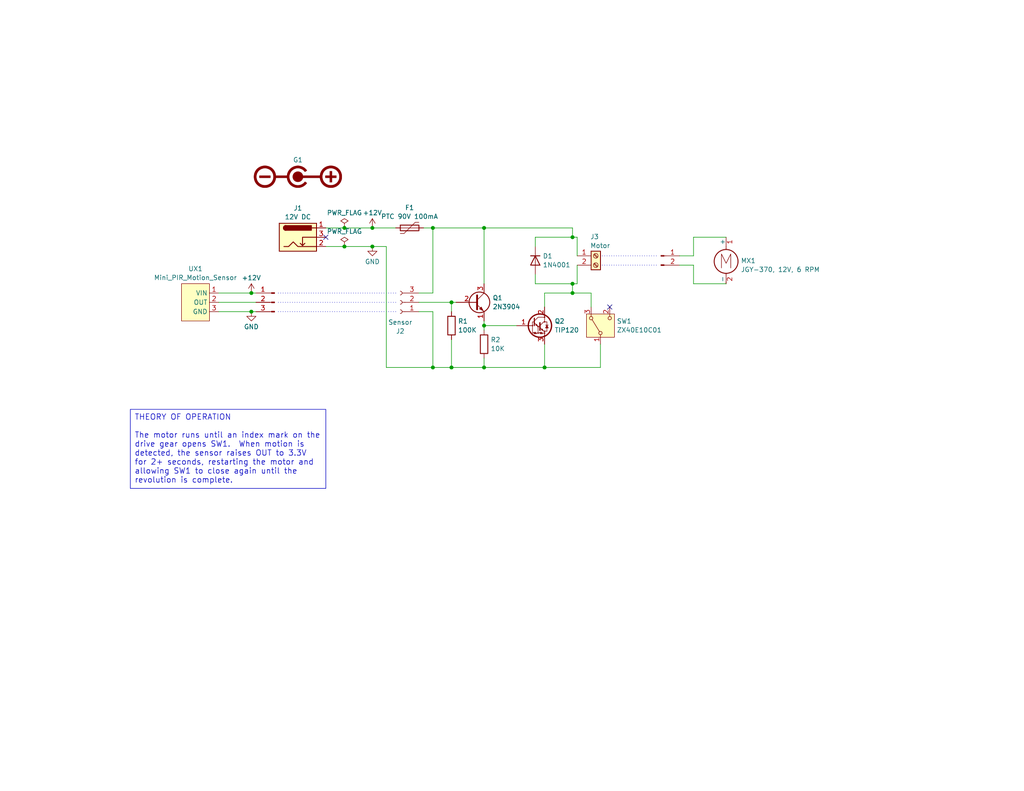
<source format=kicad_sch>
(kicad_sch (version 20231120) (generator "eeschema") (generator_version "8.0")
  (paper "USLetter")
  (title_block (title "Slightly Smarter Spider Dropper") (date "2024-11-27") (company "Adrian McCarthy"))
  (lib_symbols
    (symbol "Connector:Barrel_Jack_Switch" (pin_names hide)
      (property "Reference" "J" (at 0 5.334 0))
      (property "Value" "Barrel_Jack_Switch" (at 0 -5.08 0))
      (symbol "Barrel_Jack_Switch_0_1"
        (rectangle (start -5.08 3.81) (end 5.08 -3.81) (stroke (width 0.254)) (fill (type background)))
        (arc (start -3.302 3.175) (mid -3.9343 2.54) (end -3.302 1.905) (stroke (width 0.254)))
        (arc (start -3.302 3.175) (mid -3.9343 2.54) (end -3.302 1.905) (stroke (width 0.254)) (fill (type outline)))
        (polyline (pts (xy 1.27 -2.286) (xy 1.905 -1.651)) (stroke (width 0.254)))
        (polyline (pts (xy 5.08 2.54) (xy 3.81 2.54)) (stroke (width 0.254)))
        (polyline (pts (xy 5.08 0) (xy 1.27 0) (xy 1.27 -2.286) (xy 0.635 -1.651)) (stroke (width 0.254)))
        (polyline (pts (xy -3.81 -2.54) (xy -2.54 -2.54) (xy -1.27 -1.27) (xy 0 -2.54) (xy 2.54 -2.54) (xy 5.08 -2.54)) (stroke (width 0.254)))
        (rectangle (start 3.683 3.175) (end -3.302 1.905) (stroke (width 0.254)) (fill (type outline)))
      )
      (symbol "Barrel_Jack_Switch_1_1"
        (pin passive line (at 7.62 2.54 180) (length 2.54) (name "~") (number "1"))
        (pin passive line (at 7.62 -2.54 180) (length 2.54) (name "~") (number "2"))
        (pin passive line (at 7.62 0 180) (length 2.54) (name "~") (number "3"))
      )
    )
    (symbol "Connector:Conn_01x02_Pin" (pin_names (offset 1.016) hide)
      (property "Reference" "J" (at 0 2.54 0))
      (property "Value" "Conn_01x02_Pin" (at 0 -5.08 0))
      (symbol "Conn_01x02_Pin_1_1"
        (polyline (pts (xy 1.27 -2.54) (xy 0.8636 -2.54)) (stroke (width 0.1524)))
        (polyline (pts (xy 1.27 0) (xy 0.8636 0)) (stroke (width 0.1524)))
        (rectangle (start 0.8636 -2.413) (end 0 -2.667) (stroke (width 0.1524)) (fill (type outline)))
        (rectangle (start 0.8636 0.127) (end 0 -0.127) (stroke (width 0.1524)) (fill (type outline)))
        (pin passive line (at 5.08 0 180) (length 3.81) (name "Pin_1") (number "1"))
        (pin passive line (at 5.08 -2.54 180) (length 3.81) (name "Pin_2") (number "2"))
      )
    )
    (symbol "Connector:Conn_01x03_Pin" (pin_names (offset 1.016) hide)
      (property "Reference" "J" (at 0 5.08 0))
      (property "Value" "Conn_01x03_Pin" (at 0 -5.08 0))
      (symbol "Conn_01x03_Pin_1_1"
        (polyline (pts (xy 1.27 -2.54) (xy 0.8636 -2.54)) (stroke (width 0.1524)))
        (polyline (pts (xy 1.27 0) (xy 0.8636 0)) (stroke (width 0.1524)))
        (polyline (pts (xy 1.27 2.54) (xy 0.8636 2.54)) (stroke (width 0.1524)))
        (rectangle (start 0.8636 -2.413) (end 0 -2.667) (stroke (width 0.1524)) (fill (type outline)))
        (rectangle (start 0.8636 0.127) (end 0 -0.127) (stroke (width 0.1524)) (fill (type outline)))
        (rectangle (start 0.8636 2.667) (end 0 2.413) (stroke (width 0.1524)) (fill (type outline)))
        (pin passive line (at 5.08 2.54 180) (length 3.81) (name "Pin_1") (number "1"))
        (pin passive line (at 5.08 0 180) (length 3.81) (name "Pin_2") (number "2"))
        (pin passive line (at 5.08 -2.54 180) (length 3.81) (name "Pin_3") (number "3"))
      )
    )
    (symbol "Connector:Conn_01x03_Socket" (pin_names (offset 1.016) hide)
      (property "Reference" "J" (at 0 5.08 0))
      (property "Value" "Conn_01x03_Socket" (at 0 -5.08 0))
      (symbol "Conn_01x03_Socket_1_1"
        (arc (start 0 -2.032) (mid -0.5058 -2.54) (end 0 -3.048) (stroke (width 0.1524)))
        (polyline (pts (xy -1.27 -2.54) (xy -0.508 -2.54)) (stroke (width 0.1524)))
        (polyline (pts (xy -1.27 0) (xy -0.508 0)) (stroke (width 0.1524)))
        (polyline (pts (xy -1.27 2.54) (xy -0.508 2.54)) (stroke (width 0.1524)))
        (arc (start 0 0.508) (mid -0.5058 0) (end 0 -0.508) (stroke (width 0.1524)))
        (arc (start 0 3.048) (mid -0.5058 2.54) (end 0 2.032) (stroke (width 0.1524)))
        (pin passive line (at -5.08 2.54 0) (length 3.81) (name "Pin_1") (number "1"))
        (pin passive line (at -5.08 0 0) (length 3.81) (name "Pin_2") (number "2"))
        (pin passive line (at -5.08 -2.54 0) (length 3.81) (name "Pin_3") (number "3"))
      )
    )
    (symbol "Connector:Screw_Terminal_01x02" (pin_names (offset 1.016) hide)
      (property "Reference" "J" (at 0 2.54 0))
      (property "Value" "Screw_Terminal_01x02" (at 0 -5.08 0))
      (symbol "Screw_Terminal_01x02_1_1"
        (rectangle (start -1.27 1.27) (end 1.27 -3.81) (stroke (width 0.254)) (fill (type background)))
        (circle (center 0 -2.54) (radius 0.635) (stroke (width 0.1524)))
        (polyline (pts (xy -0.5334 -2.2098) (xy 0.3302 -3.048)) (stroke (width 0.1524)))
        (polyline (pts (xy -0.5334 0.3302) (xy 0.3302 -0.508)) (stroke (width 0.1524)))
        (polyline (pts (xy -0.3556 -2.032) (xy 0.508 -2.8702)) (stroke (width 0.1524)))
        (polyline (pts (xy -0.3556 0.508) (xy 0.508 -0.3302)) (stroke (width 0.1524)))
        (circle (center 0 0) (radius 0.635) (stroke (width 0.1524)))
        (pin passive line (at -5.08 0 0) (length 3.81) (name "Pin_1") (number "1"))
        (pin passive line (at -5.08 -2.54 0) (length 3.81) (name "Pin_2") (number "2"))
      )
    )
    (symbol "Device:D" (pin_numbers hide) (pin_names (offset 1.016) hide)
      (property "Reference" "D" (at 0 2.54 0))
      (property "Value" "D" (at 0 -2.54 0))
      (symbol "D_0_1"
        (polyline (pts (xy -1.27 1.27) (xy -1.27 -1.27)) (stroke (width 0.254)))
        (polyline (pts (xy 1.27 0) (xy -1.27 0)))
        (polyline (pts (xy 1.27 1.27) (xy 1.27 -1.27) (xy -1.27 0) (xy 1.27 1.27)) (stroke (width 0.254)))
      )
      (symbol "D_1_1"
        (pin passive line (at -3.81 0 0) (length 2.54) (name "K") (number "1"))
        (pin passive line (at 3.81 0 180) (length 2.54) (name "A") (number "2"))
      )
    )
    (symbol "Device:Polyfuse" (pin_numbers hide) (pin_names (offset 0))
      (property "Reference" "F" (at -2.54 0 90))
      (property "Value" "Polyfuse" (at 2.54 0 90))
      (symbol "Polyfuse_0_1"
        (rectangle (start -0.762 2.54) (end 0.762 -2.54) (stroke (width 0.254)))
        (polyline (pts (xy 0 2.54) (xy 0 -2.54)))
        (polyline (pts (xy -1.524 2.54) (xy -1.524 1.524) (xy 1.524 -1.524) (xy 1.524 -2.54)))
      )
      (symbol "Polyfuse_1_1"
        (pin passive line (at 0 3.81 270) (length 1.27) (name "~") (number "1"))
        (pin passive line (at 0 -3.81 90) (length 1.27) (name "~") (number "2"))
      )
    )
    (symbol "Device:R" (pin_numbers hide) (pin_names (offset 0))
      (property "Reference" "R" (at 2.032 0 90))
      (property "Value" "R" (at 0 0 90))
      (symbol "R_0_1"
        (rectangle (start -1.016 -2.54) (end 1.016 2.54) (stroke (width 0.254)))
      )
      (symbol "R_1_1"
        (pin passive line (at 0 3.81 270) (length 1.27) (name "~") (number "1"))
        (pin passive line (at 0 -3.81 90) (length 1.27) (name "~") (number "2"))
      )
    )
    (symbol "Motor:Motor_DC" (pin_names (offset 0))
      (property "Reference" "M" (at 2.54 2.54 0))
      (property "Value" "Motor_DC" (at 2.54 -5.08 0))
      (symbol "Motor_DC_0_0"
        (polyline (pts (xy -1.27 -3.302) (xy -1.27 0.508) (xy 0 -2.032) (xy 1.27 0.508) (xy 1.27 -3.302)))
      )
      (symbol "Motor_DC_0_1"
        (circle (center 0 -1.524) (radius 3.2512) (stroke (width 0.254)))
        (polyline (pts (xy 0 -7.62) (xy 0 -7.112)))
        (polyline (pts (xy 0 -4.7752) (xy 0 -5.1816)))
        (polyline (pts (xy 0 1.7272) (xy 0 2.0828)))
        (polyline (pts (xy 0 2.032) (xy 0 2.54)))
      )
      (symbol "Motor_DC_1_1"
        (pin passive line (at 0 5.08 270) (length 2.54) (name "+") (number "1"))
        (pin passive line (at 0 -7.62 90) (length 2.54) (name "-") (number "2"))
      )
    )
    (symbol "Switch:SW_SPDT_312" (pin_names (offset 1) hide)
      (property "Reference" "SW" (at 0 5.08 0))
      (property "Value" "SW_SPDT_312" (at 0 -5.08 0))
      (symbol "SW_SPDT_312_0_1"
        (circle (center -2.032 0) (radius 0.4572))
        (polyline (pts (xy -1.651 0.254) (xy 1.651 2.286)))
        (circle (center 2.032 -2.54) (radius 0.4572))
        (circle (center 2.032 2.54) (radius 0.4572))
      )
      (symbol "SW_SPDT_312_1_1"
        (rectangle (start -3.175 3.81) (end 3.175 -3.81) (fill (type background)))
        (pin passive line (at -5.08 0 0) (length 2.54) (name "B") (number "1"))
        (pin passive line (at 5.08 -2.54 180) (length 2.54) (name "C") (number "2"))
        (pin passive line (at 5.08 2.54 180) (length 2.54) (name "A") (number "3"))
      )
    )
    (symbol "Transistor_BJT:2N3904" (pin_names (offset 0) hide)
      (property "Reference" "Q" (at 5.08 1.905 0))
      (property "Value" "2N3904" (at 5.08 0 0))
      (symbol "2N3904_0_1"
        (polyline (pts (xy 0.635 0.635) (xy 2.54 2.54)))
        (polyline (pts (xy 0.635 -0.635) (xy 2.54 -2.54) (xy 2.54 -2.54)))
        (polyline (pts (xy 0.635 1.905) (xy 0.635 -1.905) (xy 0.635 -1.905)) (stroke (width 0.508)))
        (polyline (pts (xy 1.27 -1.778) (xy 1.778 -1.27) (xy 2.286 -2.286) (xy 1.27 -1.778) (xy 1.27 -1.778)) (fill (type outline)))
        (circle (center 1.27 0) (radius 2.8194) (stroke (width 0.254)))
      )
      (symbol "2N3904_1_1"
        (pin passive line (at 2.54 -5.08 90) (length 2.54) (name "E") (number "1"))
        (pin passive line (at -5.08 0 0) (length 5.715) (name "B") (number "2"))
        (pin passive line (at 2.54 5.08 270) (length 2.54) (name "C") (number "3"))
      )
    )
    (symbol "Transistor_BJT:TIP120" (pin_names (offset 0) hide)
      (property "Reference" "Q" (at 5.08 1.905 0))
      (property "Value" "TIP120" (at 5.08 0 0))
      (symbol "TIP120_0_1"
        (circle (center -0.762 0) (radius 0.127))
        (polyline (pts (xy -1.27 0) (xy -0.889 0)))
        (polyline (pts (xy 2.54 -2.032) (xy 2.54 -2.54)))
        (polyline (pts (xy 2.54 -1.524) (xy 3.175 -1.524)))
        (polyline (pts (xy 2.794 0.127) (xy 3.556 0.127)))
        (polyline (pts (xy 3.175 -0.635) (xy 3.175 -1.524)))
        (polyline (pts (xy 3.175 1.016) (xy 2.54 1.016)))
        (polyline (pts (xy 3.175 1.016) (xy 3.175 0.127)))
        (polyline (pts (xy -0.254 0.762) (xy 0.762 -0.254) (xy 1.27 -0.254)))
        (polyline (pts (xy -0.254 1.016) (xy -0.762 1.016) (xy -0.762 -2.032)))
        (polyline (pts (xy -0.254 1.27) (xy 0.762 2.286) (xy 2.54 2.286)))
        (polyline (pts (xy -0.254 2.032) (xy -0.254 0) (xy -0.254 0)) (stroke (width 0.3048)))
        (polyline (pts (xy 1.27 0.762) (xy 1.27 -1.27) (xy 1.27 -1.27)) (stroke (width 0.381)))
        (polyline (pts (xy 0.635 -0.127) (xy 0.381 0.381) (xy 0.127 0.127) (xy 0.635 -0.127)))
        (polyline (pts (xy 1.27 -0.508) (xy 2.286 -1.524) (xy 2.54 -1.524) (xy 2.54 -2.032)))
        (polyline (pts (xy 1.27 0) (xy 2.286 1.016) (xy 2.54 1.016) (xy 2.54 2.286)))
        (polyline (pts (xy 2.159 -1.397) (xy 1.905 -0.889) (xy 1.651 -1.143) (xy 2.159 -1.397)))
        (polyline (pts (xy 3.175 0.127) (xy 2.794 -0.635) (xy 3.556 -0.635) (xy 3.175 0.127)) (fill (type outline)))
        (polyline (pts (xy 0.762 -2.032) (xy 0.381 -2.032) (xy 0.254 -2.286) (xy 0.127 -1.778) (xy 0 -2.286) (xy -0.127 -1.778) (xy -0.254 -2.286) (xy -0.381 -1.778) (xy -0.508 -2.032) (xy -0.762 -2.032)))
        (polyline (pts (xy 0.762 -0.254) (xy 0.762 -2.032) (xy 1.143 -2.032) (xy 1.27 -1.778) (xy 1.397 -2.286) (xy 1.524 -1.778) (xy 1.651 -2.286) (xy 1.778 -1.778) (xy 1.905 -2.286) (xy 2.032 -2.032) (xy 2.54 -2.032)))
        (circle (center 0.762 -2.032) (radius 0.127))
        (circle (center 0.762 -0.254) (radius 0.127))
        (circle (center 1.27 0) (radius 3.175) (stroke (width 0.3556)))
        (circle (center 2.54 -2.032) (radius 0.127))
        (circle (center 2.54 -1.524) (radius 0.127))
        (circle (center 2.54 1.016) (radius 0.127))
        (circle (center 2.54 2.286) (radius 0.127))
      )
      (symbol "TIP120_1_1"
        (pin input line (at -5.08 0 0) (length 3.81) (name "B") (number "1"))
        (pin passive line (at 2.54 5.08 270) (length 2.667) (name "C") (number "2"))
        (pin passive line (at 2.54 -5.08 90) (length 2.54) (name "E") (number "3"))
      )
    )
    (symbol "aid_Graphic:PolarityCenterPositive" (pin_names (offset 1.016))
      (property "Reference" "G" (at 0 3.81 0))
      (symbol "PolarityCenterPositive_0_0"
        (polyline (pts (xy -7.4912 0.3001) (xy -10.4927 0.3001) (xy -10.4927 -0.3002) (xy -7.4912 -0.3002) (xy -7.4912 0.3001)) (stroke (width 0.01)) (fill (type outline)))
        (polyline (pts (xy 9.3045 -0.3002) (xy 10.5051 -0.3002) (xy 10.5051 0.3001) (xy 9.3045 0.3001) (xy 9.3045 1.5007) (xy 8.7045 1.5007) (xy 8.7012 0.9035) (xy 8.698 0.3064) (xy 8.1008 0.3031) (xy 7.5036 0.2999) (xy 7.5036 -0.3002) (xy 8.7042 -0.3002) (xy 8.7042 -1.5008) (xy 9.3045 -1.5008) (xy 9.3045 -0.3002)) (stroke (width 0.01)) (fill (type outline)))
        (polyline (pts (xy 9.0297 -2.9958) (xy 9.125 -2.9922) (xy 9.2216 -2.987) (xy 9.314 -2.9806) (xy 9.3965 -2.9731) (xy 9.4635 -2.9649) (xy 9.5186 -2.9561) (xy 9.6471 -2.9315) (xy 9.7781 -2.9017) (xy 9.9025 -2.8688) (xy 10.0111 -2.8349) (xy 10.2415 -2.7451) (xy 10.4826 -2.6263) (xy 10.7094 -2.4879) (xy 10.9211 -2.3307) (xy 11.1168 -2.1559) (xy 11.2954 -1.9644) (xy 11.456 -1.7572) (xy 11.5977 -1.5354) (xy 11.7196 -1.3) (xy 11.8207 -1.052) (xy 11.9001 -0.7924) (xy 11.9314 -0.6614) (xy 11.9614 -0.5038) (xy 11.9817 -0.3478) (xy 11.9931 -0.1848) (xy 11.9968 -0.0063) (xy 11.9966 0.0492) (xy 11.9932 0.1913) (xy 11.9851 0.3194) (xy 11.9713 0.4412) (xy 11.9511 0.5646) (xy 11.9237 0.6974) (xy 11.8932 0.822) (xy 11.8118 1.0801) (xy 11.7094 1.3258) (xy 11.5868 1.5584) (xy 11.4451 1.7769) (xy 11.2849 1.9805) (xy 11.1074 2.1684) (xy 10.9134 2.3397) (xy 10.7039 2.4936) (xy 10.4797 2.6293) (xy 10.2417 2.7458) (xy 9.9909 2.8425) (xy 9.7283 2.9183) (xy 9.4546 2.9724) (xy 9.4485 2.9734) (xy 9.3752 2.9815) (xy 9.2837 2.9879) (xy 9.1794 2.9924) (xy 9.0675 2.995) (xy 8.9536 2.9957) (xy 8.8431 2.9944) (xy 8.7413 2.9911) (xy 8.6536 2.9858) (xy 8.5854 2.9784) (xy 8.4975 2.9642) (xy 8.2211 2.905) (xy 7.9589 2.8255) (xy 7.7101 2.7253) (xy 7.4736 2.6041) (xy 7.2488 2.4615) (xy 7.0347 2.297) (xy 7.0036 2.2705) (xy 6.8174 2.093) (xy 6.6479 1.8979) (xy 6.4958 1.687) (xy 6.3622 1.4621) (xy 6.2482 1.225) (xy 6.1546 0.9775) (xy 6.0824 0.7215) (xy 6.0328 0.4587) (xy 6.01 0.3001) (xy 3.6561 0.3001) (xy 3.3662 0.3002) (xy 3.1002 0.3003) (xy 2.8574 0.3004) (xy 2.6367 0.3007) (xy 2.4373 0.301) (xy 2.2583 0.3014) (xy 2.0988 0.302) (xy 1.9579 0.3026) (xy 1.8346 0.3033) (xy 1.7281 0.3042) (xy 1.6374 0.3051) (xy 1.5617 0.3062) (xy 1.5 0.3074) (xy 1.4515 0.3088) (xy 1.4152 0.3103) (xy 1.3903 0.312) (xy 1.3757 0.3138) (xy 1.3707 0.3158) (xy 1.3225 0.475) (xy 1.2596 0.6287) (xy 1.1838 0.7663) (xy 1.0929 0.8917) (xy 0.9847 1.0087) (xy 0.8612 1.1162) (xy 0.7095 1.2186) (xy 0.5475 1.2982) (xy 0.3751 1.3551) (xy 0.1923 1.3892) (xy -0.001 1.4006) (xy -0.1127 1.3965) (xy -0.2968 1.3712) (xy -0.4727 1.3234) (xy -0.6389 1.2541) (xy -0.7936 1.1642) (xy -0.9351 1.0546) (xy -1.0616 0.9263) (xy -1.1714 0.7801) (xy -1.1993 0.7354) (xy -1.2805 0.5761) (xy -1.3402 0.4086) (xy -1.3786 0.2354) (xy -1.3957 0.0591) (xy -1.3945 0.0062) (xy 6.6657 0.0062) (xy 6.6668 0.093) (xy 6.6777 0.2766) (xy 6.7014 0.4492) (xy 6.7391 0.6187) (xy 6.7921 0.7931) (xy 6.8222 0.8764) (xy 6.9177 1.0925) (xy 7.0329 1.2943) (xy 7.1665 1.481) (xy 7.3173 1.6517) (xy 7.4841 1.8055) (xy 7.6655 1.9416) (xy 7.8606 2.0592) (xy 8.0678 2.1573) (xy 8.2862 2.2352) (xy 8.5144 2.2919) (xy 8.7513 2.3266) (xy 8.9955 2.3385) (xy 9.1791 2.3322) (xy 9.4212 2.3036) (xy 9.655 2.2522) (xy 9.8795 2.1785) (xy 10.0936 2.0829) (xy 10.2961 1.966) (xy 10.4859 1.8281) (xy 10.6618 1.6698) (xy 10.7104 1.6197) (xy 10.8633 1.4394) (xy 10.9954 1.2454) (xy 11.1065 1.038) (xy 11.1965 0.8173) (xy 11.2653 0.5838) (xy 11.3127 0.3376) (xy 11.3215 0.2596) (xy 11.3285 0.1398) (xy 11.3301 0.0086) (xy 11.3266 -0.1266) (xy 11.3182 -0.2587) (xy 11.3052 -0.3805) (xy 11.2876 -0.4849) (xy 11.2354 -0.6898) (xy 11.155 -0.9174) (xy 11.0545 -1.1312) (xy 10.935 -1.3305) (xy 10.7974 -1.5143) (xy 10.6428 -1.6819) (xy 10.4721 -1.8323) (xy 10.2864 -1.9646) (xy 10.0866 -2.0781) (xy 9.8738 -2.1718) (xy 9.6489 -2.2448) (xy 9.4129 -2.2964) (xy 9.167 -2.3256) (xy 9.1413 -2.3274) (xy 9.0778 -2.3315) (xy 9.0242 -2.3347) (xy 8.9856 -2.3365) (xy 8.9669 -2.3368) (xy 8.9511 -2.3355) (xy 8.9147 -2.3328) (xy 8.8642 -2.3291) (xy 8.8056 -2.3249) (xy 8.5792 -2.2978) (xy 8.346 -2.2463) (xy 8.1214 -2.1719) (xy 7.9067 -2.0752) (xy 7.7032 -1.9567) (xy 7.5121 -1.817) (xy 7.3348 -1.6568) (xy 7.2194 -1.5329) (xy 7.0731 -1.3459) (xy 6.949 -1.1475) (xy 6.8473 -0.938) (xy 6.768 -0.7177) (xy 6.7112 -0.4867) (xy 6.6771 -0.2453) (xy 6.6657 0.0062) (xy -1.3945 0.0062) (xy -1.3918 -0.1177) (xy -1.367 -0.2924) (xy -1.3215 -0.4626) (xy -1.2555 -0.6254) (xy -1.1691 -0.7785) (xy -1.0624 -0.9192) (xy -1.0171 -0.9687) (xy -0.885 -1.0892) (xy -0.7414 -1.1897) (xy -0.5883 -1.2703) (xy -0.4278 -1.3311) (xy -0.2621 -1.3721) (xy -0.0934 -1.3933) (xy 0.0764 -1.3948) (xy 0.245 -1.3768) (xy 0.4103 -1.3392) (xy 0.5702 -1.282) (xy 0.7226 -1.2055) (xy 0.8654 -1.1095) (xy 0.9964 -0.9942) (xy 1.1135 -0.8597) (xy 1.1393 -0.8246) (xy 1.2104 -0.7146) (xy 1.2708 -0.597) (xy 1.3233 -0.4659) (xy 1.3704 -0.3158) (xy 1.3706 -0.3156) (xy 1.3767 -0.3136) (xy 1.3925 -0.3118) (xy 1.4188 -0.3102) (xy 1.4566 -0.3087) (xy 1.5067 -0.3073) (xy 1.5701 -0.3061) (xy 1.6476 -0.3051) (xy 1.7402 -0.3041) (xy 1.8487 -0.3033) (xy 1.9742 -0.3026) (xy 2.1174 -0.302) (xy 2.2793 -0.3014) (xy 2.4607 -0.301) (xy 2.6627 -0.3007) (xy 2.886 -0.3005) (xy 3.1317 -0.3003) (xy 3.4005 -0.3002) (xy 6.0121 -0.3002) (xy 6.0269 -0.4159) (xy 6.0507 -0.566) (xy 6.1 -0.7843) (xy 6.1667 -1.0068) (xy 6.2059 -1.1161) (xy 6.3123 -1.361) (xy 6.4394 -1.593) (xy 6.5862 -1.8112) (xy 6.7515 -2.0143) (xy 6.9342 -2.2014) (xy 7.1333 -2.3713) (xy 7.3477 -2.5231) (xy 7.5762 -2.6557) (xy 7.8178 -2.7679) (xy 8.0714 -2.8588) (xy 8.1057 -2.8692) (xy 8.2091 -2.8983) (xy 8.3099 -2.9228) (xy 8.4137 -2.9435) (xy 8.526 -2.9616) (xy 8.6523 -2.9782) (xy 8.798 -2.9941) (xy 8.8077 -2.9949) (xy 8.8655 -2.9974) (xy 8.9414 -2.9976) (xy 9.0297 -2.9958)) (stroke (width 0.01)) (fill (type outline)))
        (polyline (pts (xy -8.9659 -2.9957) (xy -8.8709 -2.9921) (xy -8.7747 -2.987) (xy -8.6829 -2.9807) (xy -8.601 -2.9733) (xy -8.5346 -2.9652) (xy -8.4238 -2.9467) (xy -8.155 -2.885) (xy -7.8971 -2.8016) (xy -7.6511 -2.6969) (xy -7.4177 -2.5717) (xy -7.198 -2.4266) (xy -6.993 -2.2623) (xy -6.8034 -2.0794) (xy -6.6303 -1.8786) (xy -6.4746 -1.6605) (xy -6.3372 -1.4257) (xy -6.283 -1.3161) (xy -6.2086 -1.1411) (xy -6.1431 -0.9571) (xy -6.0888 -0.771) (xy -6.0475 -0.5893) (xy -6.0216 -0.419) (xy -6.0176 -0.3851) (xy -6.012 -0.346) (xy -6.0074 -0.3221) (xy -6.0056 -0.3189) (xy -6.0011 -0.316) (xy -5.9926 -0.3133) (xy -5.9788 -0.311) (xy -5.9583 -0.309) (xy -5.9299 -0.3072) (xy -5.8922 -0.3057) (xy -5.8439 -0.3044) (xy -5.7838 -0.3034) (xy -5.7105 -0.3025) (xy -5.6226 -0.3018) (xy -5.519 -0.3013) (xy -5.3982 -0.3008) (xy -5.2589 -0.3006) (xy -5.0999 -0.3004) (xy -4.9199 -0.3002) (xy -2.9811 -0.3002) (xy -2.9593 -0.4471) (xy -2.9231 -0.6444) (xy -2.8541 -0.9028) (xy -2.7626 -1.1526) (xy -2.6496 -1.3925) (xy -2.5162 -1.621) (xy -2.3632 -1.8368) (xy -2.1918 -2.0385) (xy -2.003 -2.2246) (xy -1.7977 -2.3939) (xy -1.5769 -2.5449) (xy -1.3417 -2.6762) (xy -1.1829 -2.7502) (xy -0.926 -2.8482) (xy -0.6648 -2.9217) (xy -0.4 -2.9708) (xy -0.1327 -2.9952) (xy 0.1365 -2.995) (xy 0.4067 -2.9701) (xy 0.677 -2.9204) (xy 0.9466 -2.8459) (xy 1.159 -2.7672) (xy 1.3934 -2.6565) (xy 1.6191 -2.5247) (xy 1.8332 -2.3736) (xy 2.0333 -2.2052) (xy 2.2166 -2.0213) (xy 2.3805 -1.8238) (xy 2.3978 -1.8006) (xy 2.4252 -1.7628) (xy 2.4441 -1.7352) (xy 2.4512 -1.7227) (xy 2.4464 -1.718) (xy 2.424 -1.7006) (xy 2.3857 -1.6724) (xy 2.3345 -1.6354) (xy 2.273 -1.5919) (xy 2.2042 -1.5436) (xy 2.1575 -1.5111) (xy 2.0916 -1.4652) (xy 2.0341 -1.425) (xy 1.9881 -1.3928) (xy 1.9566 -1.3706) (xy 1.9426 -1.3606) (xy 1.9339 -1.3611) (xy 1.9115 -1.3781) (xy 1.8767 -1.4149) (xy 1.8288 -1.472) (xy 1.7376 -1.5785) (xy 1.5667 -1.7492) (xy 1.3821 -1.899) (xy 1.1833 -2.0282) (xy 0.9702 -2.137) (xy 0.7423 -2.2257) (xy 0.6512 -2.2542) (xy 0.4156 -2.3102) (xy 0.1789 -2.3415) (xy -0.0577 -2.3483) (xy -0.293 -2.3307) (xy -0.5257 -2.2888) (xy -0.7547 -2.2227) (xy -0.9787 -2.1327) (xy -1.1965 -2.0187) (xy -1.3577 -1.9147) (xy -1.5429 -1.7689) (xy -1.7115 -1.6056) (xy -1.8626 -1.4262) (xy -1.9951 -1.2322) (xy -2.1082 -1.0249) (xy -2.2009 -0.8057) (xy -2.2722 -0.5762) (xy -2.3212 -0.3377) (xy -2.3267 -0.2966) (xy -2.3347 -0.2039) (xy -2.3397 -0.0985) (xy -2.3415 0.0121) (xy -2.3401 0.1204) (xy -2.3354 0.2189) (xy -2.3273 0.3001) (xy -2.2849 0.5254) (xy -2.2184 0.7545) (xy -2.1308 0.9731) (xy -2.0233 1.18) (xy -1.897 1.374) (xy -1.7531 1.554) (xy -1.5927 1.7186) (xy -1.4171 1.8668) (xy -1.2273 1.9974) (xy -1.0245 2.1091) (xy -0.81 2.2007) (xy -0.5848 2.2712) (xy -0.3502 2.3192) (xy -0.3034 2.3256) (xy -0.164 2.3373) (xy -0.0128 2.3411) (xy 0.1412 2.3372) (xy 0.2895 2.3256) (xy 0.4232 2.3066) (xy 0.5561 2.2778) (xy 0.7747 2.2116) (xy 0.9873 2.124) (xy 1.1911 2.0168) (xy 1.3836 1.8916) (xy 1.5619 1.75) (xy 1.7234 1.5937) (xy 1.8653 1.4244) (xy 1.8918 1.3903) (xy 1.914 1.3643) (xy 1.9262 1.353) (xy 1.9363 1.3574) (xy 1.9644 1.3743) (xy 2.0076 1.4023) (xy 2.0631 1.4393) (xy 2.128 1.4836) (xy 2.1995 1.5333) (xy 2.4623 1.7174) (xy 2.4223 1.7734) (xy 2.4124 1.7872) (xy 2.3123 1.9137) (xy 2.1946 2.0441) (xy 2.0644 2.1733) (xy 1.9267 2.2962) (xy 1.7865 2.4079) (xy 1.7716 2.4189) (xy 1.5531 2.5648) (xy 1.3217 2.6907) (xy 1.0796 2.796) (xy 0.8294 2.8801) (xy 0.5733 2.9422) (xy 0.3137 2.9816) (xy 0.053 2.9977) (xy -0.2064 2.9897) (xy -0.3847 2.9708) (xy -0.6556 2.9224) (xy -0.9178 2.8514) (xy -1.17 2.7582) (xy -1.4113 2.6434) (xy -1.6404 2.5073) (xy -1.8564 2.3506) (xy -2.0581 2.1736) (xy -2.1569 2.0747) (xy -2.3382 1.8689) (xy -2.497 1.653) (xy -2.634 1.4257) (xy -2.7498 1.1862) (xy -2.8453 0.9333) (xy -2.8456 0.9322) (xy -2.8778 0.8255) (xy -2.9083 0.7083) (xy -2.9353 0.5891) (xy -2.9568 0.4763) (xy -2.971 0.3783) (xy -2.9797 0.3001) (xy -6.0025 0.3001) (xy -6.0083 0.3283) (xy -6.0093 0.3336) (xy -6.0143 0.3646) (xy -6.021 0.4103) (xy -6.0282 0.4627) (xy -6.0631 0.6615) (xy -6.1184 0.8766) (xy -6.1905 1.0923) (xy -6.2772 1.3026) (xy -6.3761 1.5012) (xy -6.485 1.6821) (xy -6.5216 1.7359) (xy -6.6868 1.9521) (xy -6.8684 2.1496) (xy -7.0656 2.3279) (xy -7.2778 2.4866) (xy -7.5043 2.6253) (xy -7.7446 2.7437) (xy -7.9981 2.8412) (xy -8.264 2.9177) (xy -8.5418 2.9725) (xy -8.585 2.9783) (xy -8.6793 2.9866) (xy -8.7893 2.9924) (xy -8.9093 2.9955) (xy -9.0333 2.996) (xy -9.1557 2.9938) (xy -9.2706 2.9891) (xy -9.3722 2.9818) (xy -9.4547 2.9719) (xy -9.6462 2.9359) (xy -9.9139 2.8654) (xy -10.1694 2.774) (xy -10.4117 2.6624) (xy -10.64 2.5315) (xy -10.8536 2.3822) (xy -11.0516 2.2153) (xy -11.2331 2.0318) (xy -11.3975 1.8323) (xy -11.5437 1.6179) (xy -11.6711 1.3892) (xy -11.7788 1.1473) (xy -11.866 0.8929) (xy -11.9319 0.6269) (xy -11.9756 0.3501) (xy -11.9821 0.2808) (xy -11.9885 0.161) (xy -11.9908 0.03) (xy -11.9904 -0.0025) (xy -11.3305 -0.0025) (xy -11.324 0.1844) (xy -11.2953 0.4287) (xy -11.2438 0.6636) (xy -11.1697 0.8884) (xy -11.0735 1.1025) (xy -10.9553 1.3052) (xy -10.8153 1.496) (xy -10.6539 1.6742) (xy -10.5279 1.7906) (xy -10.3423 1.9334) (xy -10.1436 2.0553) (xy -9.9328 2.1561) (xy -9.711 2.2352) (xy -9.4791 2.2922) (xy -9.2383 2.3268) (xy -8.9895 2.3385) (xy -8.8944 2.3368) (xy -8.6521 2.316) (xy -8.4163 2.2719) (xy -8.1883 2.2052) (xy -7.9698 2.1162) (xy -7.7622 2.0056) (xy -7.5671 1.8738) (xy -7.4592 1.7869) (xy -7.2886 1.6249) (xy -7.1371 1.4473) (xy -7.0053 1.2549) (xy -6.8936 1.0486) (xy -6.8025 0.8294) (xy -6.7327 0.5983) (xy -6.6847 0.356) (xy -6.6827 0.3425) (xy -6.6723 0.2402) (xy -6.6662 0.1225) (xy -6.6643 -0.0027) (xy -6.6667 -0.1275) (xy -6.6734 -0.2439) (xy -6.6844 -0.3439) (xy -6.7076 -0.4774) (xy -6.7671 -0.7129) (xy -6.8476 -0.9362) (xy -6.9481 -1.1464) (xy -7.0677 -1.3427) (xy -7.2054 -1.524) (xy -7.36 -1.6895) (xy -7.5307 -1.8382) (xy -7.7163 -1.9693) (xy -7.916 -2.0816) (xy -8.1287 -2.1745) (xy -8.3534 -2.2468) (xy -8.5891 -2.2977) (xy -8.8347 -2.3263) (xy -8.8556 -2.3277) (xy -8.9186 -2.3317) (xy -8.972 -2.3347) (xy -9.0107 -2.3365) (xy -9.0295 -2.3367) (xy -9.0439 -2.3356) (xy -9.0795 -2.3329) (xy -9.1292 -2.3293) (xy -9.1871 -2.3251) (xy -9.3711 -2.3043) (xy -9.5981 -2.2579) (xy -9.8191 -2.19) (xy -10.0316 -2.1016) (xy -10.2332 -1.9939) (xy -10.4218 -1.8681) (xy -10.5948 -1.7253) (xy -10.7499 -1.5667) (xy -10.7619 -1.5529) (xy -10.9106 -1.3616) (xy -11.0374 -1.1585) (xy -11.142 -0.9446) (xy -11.224 -0.7211) (xy -11.283 -0.4889) (xy -11.3187 -0.249) (xy -11.3305 -0.0025) (xy -11.9904 -0.0025) (xy -11.9893 -0.1051) (xy -11.9839 -0.2371) (xy -11.9748 -0.3587) (xy -11.9621 -0.4628) (xy -11.9377 -0.6001) (xy -11.8807 -0.8393) (xy -11.8071 -1.071) (xy -11.7186 -1.2903) (xy -11.6168 -1.4923) (xy -11.5986 -1.5241) (xy -11.4536 -1.7501) (xy -11.2898 -1.9606) (xy -11.1085 -2.1546) (xy -10.911 -2.3309) (xy -10.6988 -2.4884) (xy -10.473 -2.6262) (xy -10.235 -2.743) (xy -9.9862 -2.8377) (xy -9.8925 -2.8675) (xy -9.788 -2.8975) (xy -9.6864 -2.9225) (xy -9.5823 -2.9435) (xy -9.47 -2.9617) (xy -9.3439 -2.9782) (xy -9.1983 -2.9941) (xy -9.1878 -2.995) (xy -9.13 -2.9974) (xy -9.0541 -2.9975) (xy -8.9659 -2.9957)) (stroke (width 0.01)) (fill (type outline)))
      )
    )
    (symbol "aid_Modules:Mini_PIR_Motion_Sensor"
      (property "Reference" "U" (at 0 6.35 0))
      (property "Value" "Mini_PIR_Motion_Sensor" (at 0 -6.35 0))
      (symbol "Mini_PIR_Motion_Sensor_0_1"
        (rectangle (start -5.08 5.08) (end 2.54 -5.08) (stroke (width 0.1524)) (fill (type background)))
      )
      (symbol "Mini_PIR_Motion_Sensor_1_1"
        (pin power_in line (at 5.08 2.54 180) (length 2.54) (name "VIN") (number "1"))
        (pin output line (at 5.08 0 180) (length 2.54) (name "OUT") (number "2"))
        (pin power_in line (at 5.08 -2.54 180) (length 2.54) (name "GND") (number "3"))
      )
    )
    (symbol "power:+12V" (power) (pin_numbers hide) (pin_names (offset 0) hide)
      (property "Value" "+12V" (at 0 3.556 0))
      (symbol "+12V_0_1"
        (polyline (pts (xy -0.762 1.27) (xy 0 2.54)))
        (polyline (pts (xy 0 0) (xy 0 2.54)))
        (polyline (pts (xy 0 2.54) (xy 0.762 1.27)))
      )
      (symbol "+12V_1_1"
        (pin power_in line (at 0 0 90) (length 0) (name "~") (number "1"))
      )
    )
    (symbol "power:GND" (power) (pin_numbers hide) (pin_names (offset 0) hide)
      (property "Value" "GND" (at 0 -3.81 0))
      (symbol "GND_0_1"
        (polyline (pts (xy 0 0) (xy 0 -1.27) (xy 1.27 -1.27) (xy 0 -2.54) (xy -1.27 -1.27) (xy 0 -1.27)))
      )
      (symbol "GND_1_1"
        (pin power_in line (at 0 0 270) (length 0) (name "~") (number "1"))
      )
    )
    (symbol "power:PWR_FLAG" (power) (pin_numbers hide) (pin_names (offset 0) hide)
      (property "Value" "PWR_FLAG" (at 0 3.81 0))
      (symbol "PWR_FLAG_0_0"
        (pin power_out line (at 0 0 90) (length 0) (name "~") (number "1"))
      )
      (symbol "PWR_FLAG_0_1"
        (polyline (pts (xy 0 0) (xy 0 1.27) (xy -1.016 1.905) (xy 0 2.54) (xy 1.016 1.905) (xy 0 1.27)))
      )
    )
  )
  (junction (at 93.98 67.31))
  (junction (at 118.11 100.33))
  (junction (at 118.11 62.23))
  (junction (at 68.58 85.09))
  (junction (at 123.19 100.33))
  (junction (at 156.21 64.77))
  (junction (at 156.21 80.01))
  (junction (at 132.08 62.23))
  (junction (at 148.59 100.33))
  (junction (at 68.58 80.01))
  (junction (at 101.6 67.31))
  (junction (at 93.98 62.23))
  (junction (at 156.21 77.47))
  (junction (at 132.08 88.9))
  (junction (at 123.19 82.55))
  (junction (at 101.6 62.23))
  (junction (at 132.08 100.33))
  (no_connect (at 88.9 64.77))
  (no_connect (at 166.37 83.82))
  (wire (pts (xy 198.12 64.77) (xy 189.23 64.77)))
  (wire (pts (xy 156.21 77.47) (xy 157.48 77.47)))
  (wire (pts (xy 115.57 62.23) (xy 118.11 62.23)))
  (wire (pts (xy 105.41 67.31) (xy 105.41 100.33)))
  (wire (pts (xy 163.83 93.98) (xy 163.83 100.33)))
  (wire (pts (xy 132.08 88.9) (xy 140.97 88.9)))
  (wire (pts (xy 101.6 62.23) (xy 107.95 62.23)))
  (wire (pts (xy 189.23 69.85) (xy 185.42 69.85)))
  (wire (pts (xy 146.05 74.93) (xy 146.05 77.47)))
  (wire (pts (xy 118.11 100.33) (xy 123.19 100.33)))
  (wire (pts (xy 118.11 62.23) (xy 132.08 62.23)))
  (wire (pts (xy 132.08 100.33) (xy 148.59 100.33)))
  (wire (pts (xy 161.29 83.82) (xy 161.29 80.01)))
  (wire (pts (xy 189.23 72.39) (xy 185.42 72.39)))
  (wire (pts (xy 123.19 92.71) (xy 123.19 100.33)))
  (wire (pts (xy 157.48 64.77) (xy 157.48 69.85)))
  (wire (pts (xy 68.58 85.09) (xy 69.85 85.09)))
  (wire (pts (xy 93.98 62.23) (xy 101.6 62.23)))
  (wire (pts (xy 148.59 80.01) (xy 156.21 80.01)))
  (wire (pts (xy 123.19 82.55) (xy 123.19 85.09)))
  (polyline (pts (xy 75.946 85.09) (xy 108.458 85.09)) (stroke (width 0) (type dot)))
  (wire (pts (xy 132.08 62.23) (xy 156.21 62.23)))
  (wire (pts (xy 114.3 80.01) (xy 118.11 80.01)))
  (wire (pts (xy 105.41 100.33) (xy 118.11 100.33)))
  (wire (pts (xy 189.23 77.47) (xy 189.23 72.39)))
  (wire (pts (xy 161.29 80.01) (xy 156.21 80.01)))
  (wire (pts (xy 132.08 87.63) (xy 132.08 88.9)))
  (wire (pts (xy 132.08 97.79) (xy 132.08 100.33)))
  (wire (pts (xy 146.05 67.31) (xy 146.05 64.77)))
  (wire (pts (xy 123.19 100.33) (xy 132.08 100.33)))
  (wire (pts (xy 189.23 64.77) (xy 189.23 69.85)))
  (wire (pts (xy 156.21 62.23) (xy 156.21 64.77)))
  (wire (pts (xy 198.12 77.47) (xy 189.23 77.47)))
  (wire (pts (xy 157.48 72.39) (xy 157.48 77.47)))
  (wire (pts (xy 148.59 93.98) (xy 148.59 100.33)))
  (wire (pts (xy 132.08 88.9) (xy 132.08 90.17)))
  (wire (pts (xy 59.69 80.01) (xy 68.58 80.01)))
  (polyline (pts (xy 164.338 72.39) (xy 179.578 72.39)) (stroke (width 0) (type dot)))
  (wire (pts (xy 114.3 82.55) (xy 123.19 82.55)))
  (wire (pts (xy 88.9 67.31) (xy 93.98 67.31)))
  (wire (pts (xy 132.08 62.23) (xy 132.08 77.47)))
  (wire (pts (xy 123.19 82.55) (xy 124.46 82.55)))
  (polyline (pts (xy 75.946 82.55) (xy 108.458 82.55)) (stroke (width 0) (type dot)))
  (wire (pts (xy 156.21 64.77) (xy 157.48 64.77)))
  (wire (pts (xy 101.6 67.31) (xy 105.41 67.31)))
  (polyline (pts (xy 75.946 80.01) (xy 108.458 80.01)) (stroke (width 0) (type dot)))
  (wire (pts (xy 118.11 80.01) (xy 118.11 62.23)))
  (wire (pts (xy 156.21 77.47) (xy 156.21 80.01)))
  (wire (pts (xy 163.83 100.33) (xy 148.59 100.33)))
  (polyline (pts (xy 164.338 69.85) (xy 179.578 69.85)) (stroke (width 0) (type dot)))
  (wire (pts (xy 146.05 77.47) (xy 156.21 77.47)))
  (wire (pts (xy 148.59 83.82) (xy 148.59 80.01)))
  (wire (pts (xy 88.9 62.23) (xy 93.98 62.23)))
  (wire (pts (xy 59.69 85.09) (xy 68.58 85.09)))
  (wire (pts (xy 68.58 80.01) (xy 69.85 80.01)))
  (wire (pts (xy 114.3 85.09) (xy 118.11 85.09)))
  (wire (pts (xy 59.69 82.55) (xy 69.85 82.55)))
  (wire (pts (xy 93.98 67.31) (xy 101.6 67.31)))
  (wire (pts (xy 118.11 85.09) (xy 118.11 100.33)))
  (wire (pts (xy 146.05 64.77) (xy 156.21 64.77)))
  (text_box "THEORY OF OPERATION\n\nThe motor runs until an index mark on the drive gear opens SW1.  When motion is detected, the sensor raises OUT to 3.3V for 2+ seconds, restarting the motor and allowing SW1 to close again until the revolution is complete." (at 35.56 111.76 0) (size 53.34 21.59) (effects (font (size 1.524 1.524)) (justify left top)))
  (symbol (lib_id "power:GND") (at 68.58 85.09 0) (unit 1)
    (property "Reference" "#PWR02" (effects (hide yes)))
    (property "Value" "GND" (at 68.58 89.2231 0))
    (property "Description" "Power symbol creates a global label with name \"GND\" , ground" (effects (hide yes)))
  )
  (symbol (lib_id "Transistor_BJT:TIP120") (at 146.05 88.9 0) (unit 1)
    (property "Reference" "Q2" (at 151.3078 87.6878 0) (effects (justify left)))
    (property "Value" "TIP120" (at 151.3078 90.1121 0) (effects (justify left)))
    (property "Footprint" "Package_TO_SOT_THT:TO-220-3_Horizontal_TabDown" (effects (hide yes)))
    (property "Datasheet" "https://www.onsemi.com/pub/Collateral/TIP120-D.PDF" (effects (hide yes)))
    (property "Description" "5A Ic, 60V Vce, Silicon Darlington Power NPN Transistor, TO-220" (effects (hide yes)))
  )
  (symbol (lib_id "Switch:SW_SPDT_312") (at 163.83 88.9 90) (unit 1)
    (property "Reference" "SW1" (at 168.275 87.6878 90) (effects (justify right)))
    (property "Value" "ZX40E10C01" (at 168.275 90.1121 90) (effects (justify right)))
    (property "Footprint" "aid_Switch:SW_SPDT_THT_ZX_Microswitch_P5.08mm" (effects (hide yes)))
    (property "Description" "Switch, single pole double throw" (effects (hide yes)))
    (property "DigiKey" "480-5342-ND" (effects (hide yes)))
  )
  (symbol (lib_id "power:PWR_FLAG") (at 93.98 62.23 0) (unit 1)
    (property "Reference" "#FLG01" (effects (hide yes)))
    (property "Value" "PWR_FLAG" (at 93.98 58.0969 0))
    (property "Description" "Special symbol for telling ERC where power comes from" (effects (hide yes)))
  )
  (symbol (lib_id "Connector:Conn_01x03_Pin") (at 74.93 82.55 0) (mirror y) (unit 1) (on_board no)
    (property "Reference" "JX1" (effects (hide yes)))
    (property "Value" "Conn_01x03_Pin" (effects (hide yes)))
    (property "Description" "Generic connector, single row, 01x03, script generated" (effects (hide yes)))
  )
  (symbol (lib_id "aid_Graphic:PolarityCenterPositive") (at 81.28 48.26 0) (unit 1)
    (property "Reference" "G1" (at 81.283 43.6641 0))
    (property "Value" "PolarityCenterPositive" (effects (hide yes)))
    (property "Footprint" "aid_Symbols_Icons:PolarityCenterPositive_6x1.5mm_Silkscreen" (effects (hide yes)))
  )
  (symbol (lib_id "Device:Polyfuse") (at 111.76 62.23 90) (unit 1)
    (property "Reference" "F1" (at 111.76 56.6885 90))
    (property "Value" "PTC 90V 100mA" (at 111.76 59.1128 90))
    (property "Footprint" "aid_Switch:Fuse_BelFuse_0ZRC_L7.4mm_W3.1mm" (effects (hide yes)))
    (property "Description" "Resettable fuse, polymeric positive temperature coefficient" (effects (hide yes)))
  )
  (symbol (lib_id "Connector:Conn_01x03_Socket") (at 109.22 82.55 180) (unit 1)
    (property "Reference" "J2" (at 109.22 90.424 0))
    (property "Value" "Sensor" (at 109.22 87.9997 0))
    (property "Footprint" "Connector_JST:JST_XH_B3B-XH-A_1x03_P2.50mm_Vertical" (effects (hide yes)))
    (property "Description" "Generic connector, single row, 01x03, script generated" (effects (hide yes)))
  )
  (symbol (lib_id "power:GND") (at 101.6 67.31 0) (unit 1)
    (property "Reference" "#PWR04" (effects (hide yes)))
    (property "Value" "GND" (at 101.6 71.4431 0))
    (property "Description" "Power symbol creates a global label with name \"GND\" , ground" (effects (hide yes)))
  )
  (symbol (lib_id "aid_Modules:Mini_PIR_Motion_Sensor") (at 54.61 82.55 0) (unit 1) (on_board no)
    (property "Reference" "UX1" (at 53.34 73.3763 0))
    (property "Value" "Mini_PIR_Motion_Sensor" (at 53.34 75.8006 0))
    (property "Footprint" "Connector_JST:JST_XH_B3B-XH-A_1x03_P2.50mm_Vertical" (effects (hide yes)))
  )
  (symbol (lib_id "power:+12V") (at 68.58 80.01 0) (unit 1)
    (property "Reference" "#PWR01" (effects (hide yes)))
    (property "Value" "+12V" (at 68.58 75.8769 0))
    (property "Description" "Power symbol creates a global label with name \"+12V\"" (effects (hide yes)))
  )
  (symbol (lib_id "Device:R") (at 132.08 93.98 0) (unit 1)
    (property "Reference" "R2" (at 133.858 92.7678 0) (effects (justify left)))
    (property "Value" "10K" (at 133.858 95.1921 0) (effects (justify left)))
    (property "Footprint" "Resistor_THT:R_Axial_DIN0207_L6.3mm_D2.5mm_P7.62mm_Horizontal" (effects (hide yes)))
    (property "Description" "Resistor" (effects (hide yes)))
  )
  (symbol (lib_id "Transistor_BJT:2N3904") (at 129.54 82.55 0) (unit 1)
    (property "Reference" "Q1" (at 134.3914 81.3378 0) (effects (justify left)))
    (property "Value" "2N3904" (at 134.3914 83.7621 0) (effects (justify left)))
    (property "Footprint" "Package_TO_SOT_THT:TO-92_HandSolder" (effects (hide yes)))
    (property "Datasheet" "https://www.onsemi.com/pub/Collateral/2N3903-D.PDF" (effects (hide yes)))
    (property "Description" "0.2A Ic, 40V Vce, Small Signal NPN Transistor, TO-92" (effects (hide yes)))
  )
  (symbol (lib_id "Device:D") (at 146.05 71.12 270) (unit 1)
    (property "Reference" "D1" (at 148.082 69.9078 90) (effects (justify left)))
    (property "Value" "1N4001" (at 148.082 72.3321 90) (effects (justify left)))
    (property "Footprint" "Diode_THT:D_A-405_P7.62mm_Horizontal" (effects (hide yes)))
    (property "Description" "Diode" (effects (hide yes)))
    (property "Sim.Device" "D" (effects (hide yes)))
    (property "Sim.Pins" "1=K 2=A" (effects (hide yes)))
  )
  (symbol (lib_id "Connector:Conn_01x02_Pin") (at 180.34 69.85 0) (unit 1) (in_bom no) (on_board no)
    (property "Reference" "JX2" (effects (hide yes)))
    (property "Value" "Conn_01x02_Pin" (effects (hide yes)))
    (property "Description" "Generic connector, single row, 01x02, script generated" (effects (hide yes)))
  )
  (symbol (lib_id "Connector:Barrel_Jack_Switch") (at 81.28 64.77 0) (unit 1)
    (property "Reference" "J1" (at 81.28 56.8155 0))
    (property "Value" "12V DC" (at 81.28 59.2398 0))
    (property "Footprint" "Connector_BarrelJack:BarrelJack_CUI_PJ-102AH_Horizontal" (effects (hide yes)))
    (property "Description" "DC Barrel Jack with an internal switch" (effects (hide yes)))
  )
  (symbol (lib_id "Device:R") (at 123.19 88.9 0) (unit 1)
    (property "Reference" "R1" (at 124.968 87.6878 0) (effects (justify left)))
    (property "Value" "100K" (at 124.968 90.1121 0) (effects (justify left)))
    (property "Footprint" "Resistor_THT:R_Axial_DIN0207_L6.3mm_D2.5mm_P7.62mm_Horizontal" (effects (hide yes)))
    (property "Description" "Resistor" (effects (hide yes)))
  )
  (symbol (lib_id "power:+12V") (at 101.6 62.23 0) (unit 1)
    (property "Reference" "#PWR03" (effects (hide yes)))
    (property "Value" "+12V" (at 101.6 58.0969 0))
    (property "Description" "Power symbol creates a global label with name \"+12V\"" (effects (hide yes)))
  )
  (symbol (lib_id "Connector:Screw_Terminal_01x02") (at 162.56 69.85 0) (unit 1)
    (property "Reference" "J3" (at 161.036 64.6317 0) (effects (justify left)))
    (property "Value" "Motor" (at 161.036 67.056 0) (effects (justify left)))
    (property "Footprint" "aid_Connector:CUI_TB007-508_01x02_THT_Screw_Terminal_Block" (effects (hide yes)))
    (property "Description" "Generic screw terminal, single row, 01x02, script generated (kicad-library-utils/schlib/autogen/connector/)" (effects (hide yes)))
  )
  (symbol (lib_id "Motor:Motor_DC") (at 198.12 69.85 0) (unit 1) (on_board no)
    (property "Reference" "MX1" (at 202.1332 71.1778 0) (effects (justify left)))
    (property "Value" "JGY-370, 12V, 6 RPM" (at 202.1332 73.6021 0) (effects (justify left)))
    (property "Description" "DC Motor" (effects (hide yes)))
  )
  (symbol (lib_id "power:PWR_FLAG") (at 93.98 67.31 0) (unit 1)
    (property "Reference" "#FLG02" (effects (hide yes)))
    (property "Value" "PWR_FLAG" (at 93.98 63.1769 0))
    (property "Description" "Special symbol for telling ERC where power comes from" (effects (hide yes)))
  )
)
</source>
